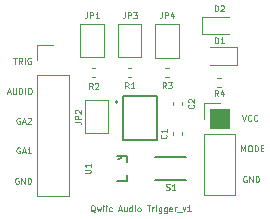
<source format=gbr>
%TF.GenerationSoftware,KiCad,Pcbnew,7.0.1-0*%
%TF.CreationDate,2023-04-11T15:49:42+08:00*%
%TF.ProjectId,firstproject,66697273-7470-4726-9f6a-6563742e6b69,rev?*%
%TF.SameCoordinates,Original*%
%TF.FileFunction,Legend,Top*%
%TF.FilePolarity,Positive*%
%FSLAX46Y46*%
G04 Gerber Fmt 4.6, Leading zero omitted, Abs format (unit mm)*
G04 Created by KiCad (PCBNEW 7.0.1-0) date 2023-04-11 15:49:42*
%MOMM*%
%LPD*%
G01*
G04 APERTURE LIST*
%ADD10C,0.050800*%
%ADD11C,0.120000*%
%ADD12C,0.152400*%
%ADD13C,0.127000*%
%ADD14C,0.200000*%
%ADD15R,1.700000X1.700000*%
G04 APERTURE END LIST*
D10*
X119104228Y-93782000D02*
X119055847Y-93757810D01*
X119055847Y-93757810D02*
X118983276Y-93757810D01*
X118983276Y-93757810D02*
X118910704Y-93782000D01*
X118910704Y-93782000D02*
X118862323Y-93830381D01*
X118862323Y-93830381D02*
X118838133Y-93878762D01*
X118838133Y-93878762D02*
X118813942Y-93975524D01*
X118813942Y-93975524D02*
X118813942Y-94048096D01*
X118813942Y-94048096D02*
X118838133Y-94144858D01*
X118838133Y-94144858D02*
X118862323Y-94193239D01*
X118862323Y-94193239D02*
X118910704Y-94241620D01*
X118910704Y-94241620D02*
X118983276Y-94265810D01*
X118983276Y-94265810D02*
X119031657Y-94265810D01*
X119031657Y-94265810D02*
X119104228Y-94241620D01*
X119104228Y-94241620D02*
X119128419Y-94217429D01*
X119128419Y-94217429D02*
X119128419Y-94048096D01*
X119128419Y-94048096D02*
X119031657Y-94048096D01*
X119321942Y-94120667D02*
X119563847Y-94120667D01*
X119273561Y-94265810D02*
X119442895Y-93757810D01*
X119442895Y-93757810D02*
X119612228Y-94265810D01*
X119757371Y-93806191D02*
X119781562Y-93782000D01*
X119781562Y-93782000D02*
X119829943Y-93757810D01*
X119829943Y-93757810D02*
X119950895Y-93757810D01*
X119950895Y-93757810D02*
X119999276Y-93782000D01*
X119999276Y-93782000D02*
X120023467Y-93806191D01*
X120023467Y-93806191D02*
X120047657Y-93854572D01*
X120047657Y-93854572D02*
X120047657Y-93902953D01*
X120047657Y-93902953D02*
X120023467Y-93975524D01*
X120023467Y-93975524D02*
X119733181Y-94265810D01*
X119733181Y-94265810D02*
X120047657Y-94265810D01*
X125454227Y-101730991D02*
X125405846Y-101706800D01*
X125405846Y-101706800D02*
X125357465Y-101658420D01*
X125357465Y-101658420D02*
X125284893Y-101585848D01*
X125284893Y-101585848D02*
X125236512Y-101561658D01*
X125236512Y-101561658D02*
X125188131Y-101561658D01*
X125212322Y-101682610D02*
X125163941Y-101658420D01*
X125163941Y-101658420D02*
X125115560Y-101610039D01*
X125115560Y-101610039D02*
X125091369Y-101513277D01*
X125091369Y-101513277D02*
X125091369Y-101343943D01*
X125091369Y-101343943D02*
X125115560Y-101247181D01*
X125115560Y-101247181D02*
X125163941Y-101198800D01*
X125163941Y-101198800D02*
X125212322Y-101174610D01*
X125212322Y-101174610D02*
X125309084Y-101174610D01*
X125309084Y-101174610D02*
X125357465Y-101198800D01*
X125357465Y-101198800D02*
X125405846Y-101247181D01*
X125405846Y-101247181D02*
X125430036Y-101343943D01*
X125430036Y-101343943D02*
X125430036Y-101513277D01*
X125430036Y-101513277D02*
X125405846Y-101610039D01*
X125405846Y-101610039D02*
X125357465Y-101658420D01*
X125357465Y-101658420D02*
X125309084Y-101682610D01*
X125309084Y-101682610D02*
X125212322Y-101682610D01*
X125599369Y-101343943D02*
X125696131Y-101682610D01*
X125696131Y-101682610D02*
X125792893Y-101440705D01*
X125792893Y-101440705D02*
X125889655Y-101682610D01*
X125889655Y-101682610D02*
X125986417Y-101343943D01*
X126179940Y-101682610D02*
X126179940Y-101343943D01*
X126179940Y-101174610D02*
X126155749Y-101198800D01*
X126155749Y-101198800D02*
X126179940Y-101222991D01*
X126179940Y-101222991D02*
X126204130Y-101198800D01*
X126204130Y-101198800D02*
X126179940Y-101174610D01*
X126179940Y-101174610D02*
X126179940Y-101222991D01*
X126421845Y-101682610D02*
X126421845Y-101343943D01*
X126421845Y-101174610D02*
X126397654Y-101198800D01*
X126397654Y-101198800D02*
X126421845Y-101222991D01*
X126421845Y-101222991D02*
X126446035Y-101198800D01*
X126446035Y-101198800D02*
X126421845Y-101174610D01*
X126421845Y-101174610D02*
X126421845Y-101222991D01*
X126881464Y-101658420D02*
X126833083Y-101682610D01*
X126833083Y-101682610D02*
X126736321Y-101682610D01*
X126736321Y-101682610D02*
X126687940Y-101658420D01*
X126687940Y-101658420D02*
X126663750Y-101634229D01*
X126663750Y-101634229D02*
X126639559Y-101585848D01*
X126639559Y-101585848D02*
X126639559Y-101440705D01*
X126639559Y-101440705D02*
X126663750Y-101392324D01*
X126663750Y-101392324D02*
X126687940Y-101368134D01*
X126687940Y-101368134D02*
X126736321Y-101343943D01*
X126736321Y-101343943D02*
X126833083Y-101343943D01*
X126833083Y-101343943D02*
X126881464Y-101368134D01*
X127462036Y-101537467D02*
X127703941Y-101537467D01*
X127413655Y-101682610D02*
X127582989Y-101174610D01*
X127582989Y-101174610D02*
X127752322Y-101682610D01*
X128139370Y-101343943D02*
X128139370Y-101682610D01*
X127921656Y-101343943D02*
X127921656Y-101610039D01*
X127921656Y-101610039D02*
X127945846Y-101658420D01*
X127945846Y-101658420D02*
X127994227Y-101682610D01*
X127994227Y-101682610D02*
X128066799Y-101682610D01*
X128066799Y-101682610D02*
X128115180Y-101658420D01*
X128115180Y-101658420D02*
X128139370Y-101634229D01*
X128598989Y-101682610D02*
X128598989Y-101174610D01*
X128598989Y-101658420D02*
X128550608Y-101682610D01*
X128550608Y-101682610D02*
X128453846Y-101682610D01*
X128453846Y-101682610D02*
X128405465Y-101658420D01*
X128405465Y-101658420D02*
X128381275Y-101634229D01*
X128381275Y-101634229D02*
X128357084Y-101585848D01*
X128357084Y-101585848D02*
X128357084Y-101440705D01*
X128357084Y-101440705D02*
X128381275Y-101392324D01*
X128381275Y-101392324D02*
X128405465Y-101368134D01*
X128405465Y-101368134D02*
X128453846Y-101343943D01*
X128453846Y-101343943D02*
X128550608Y-101343943D01*
X128550608Y-101343943D02*
X128598989Y-101368134D01*
X128840894Y-101682610D02*
X128840894Y-101343943D01*
X128840894Y-101174610D02*
X128816703Y-101198800D01*
X128816703Y-101198800D02*
X128840894Y-101222991D01*
X128840894Y-101222991D02*
X128865084Y-101198800D01*
X128865084Y-101198800D02*
X128840894Y-101174610D01*
X128840894Y-101174610D02*
X128840894Y-101222991D01*
X129155370Y-101682610D02*
X129106989Y-101658420D01*
X129106989Y-101658420D02*
X129082799Y-101634229D01*
X129082799Y-101634229D02*
X129058608Y-101585848D01*
X129058608Y-101585848D02*
X129058608Y-101440705D01*
X129058608Y-101440705D02*
X129082799Y-101392324D01*
X129082799Y-101392324D02*
X129106989Y-101368134D01*
X129106989Y-101368134D02*
X129155370Y-101343943D01*
X129155370Y-101343943D02*
X129227942Y-101343943D01*
X129227942Y-101343943D02*
X129276323Y-101368134D01*
X129276323Y-101368134D02*
X129300513Y-101392324D01*
X129300513Y-101392324D02*
X129324704Y-101440705D01*
X129324704Y-101440705D02*
X129324704Y-101585848D01*
X129324704Y-101585848D02*
X129300513Y-101634229D01*
X129300513Y-101634229D02*
X129276323Y-101658420D01*
X129276323Y-101658420D02*
X129227942Y-101682610D01*
X129227942Y-101682610D02*
X129155370Y-101682610D01*
X129856894Y-101174610D02*
X130147180Y-101174610D01*
X130002037Y-101682610D02*
X130002037Y-101174610D01*
X130316514Y-101682610D02*
X130316514Y-101343943D01*
X130316514Y-101440705D02*
X130340704Y-101392324D01*
X130340704Y-101392324D02*
X130364895Y-101368134D01*
X130364895Y-101368134D02*
X130413276Y-101343943D01*
X130413276Y-101343943D02*
X130461657Y-101343943D01*
X130630990Y-101682610D02*
X130630990Y-101343943D01*
X130630990Y-101174610D02*
X130606799Y-101198800D01*
X130606799Y-101198800D02*
X130630990Y-101222991D01*
X130630990Y-101222991D02*
X130655180Y-101198800D01*
X130655180Y-101198800D02*
X130630990Y-101174610D01*
X130630990Y-101174610D02*
X130630990Y-101222991D01*
X131090609Y-101343943D02*
X131090609Y-101755181D01*
X131090609Y-101755181D02*
X131066419Y-101803562D01*
X131066419Y-101803562D02*
X131042228Y-101827753D01*
X131042228Y-101827753D02*
X130993847Y-101851943D01*
X130993847Y-101851943D02*
X130921276Y-101851943D01*
X130921276Y-101851943D02*
X130872895Y-101827753D01*
X131090609Y-101658420D02*
X131042228Y-101682610D01*
X131042228Y-101682610D02*
X130945466Y-101682610D01*
X130945466Y-101682610D02*
X130897085Y-101658420D01*
X130897085Y-101658420D02*
X130872895Y-101634229D01*
X130872895Y-101634229D02*
X130848704Y-101585848D01*
X130848704Y-101585848D02*
X130848704Y-101440705D01*
X130848704Y-101440705D02*
X130872895Y-101392324D01*
X130872895Y-101392324D02*
X130897085Y-101368134D01*
X130897085Y-101368134D02*
X130945466Y-101343943D01*
X130945466Y-101343943D02*
X131042228Y-101343943D01*
X131042228Y-101343943D02*
X131090609Y-101368134D01*
X131550228Y-101343943D02*
X131550228Y-101755181D01*
X131550228Y-101755181D02*
X131526038Y-101803562D01*
X131526038Y-101803562D02*
X131501847Y-101827753D01*
X131501847Y-101827753D02*
X131453466Y-101851943D01*
X131453466Y-101851943D02*
X131380895Y-101851943D01*
X131380895Y-101851943D02*
X131332514Y-101827753D01*
X131550228Y-101658420D02*
X131501847Y-101682610D01*
X131501847Y-101682610D02*
X131405085Y-101682610D01*
X131405085Y-101682610D02*
X131356704Y-101658420D01*
X131356704Y-101658420D02*
X131332514Y-101634229D01*
X131332514Y-101634229D02*
X131308323Y-101585848D01*
X131308323Y-101585848D02*
X131308323Y-101440705D01*
X131308323Y-101440705D02*
X131332514Y-101392324D01*
X131332514Y-101392324D02*
X131356704Y-101368134D01*
X131356704Y-101368134D02*
X131405085Y-101343943D01*
X131405085Y-101343943D02*
X131501847Y-101343943D01*
X131501847Y-101343943D02*
X131550228Y-101368134D01*
X131985657Y-101658420D02*
X131937276Y-101682610D01*
X131937276Y-101682610D02*
X131840514Y-101682610D01*
X131840514Y-101682610D02*
X131792133Y-101658420D01*
X131792133Y-101658420D02*
X131767942Y-101610039D01*
X131767942Y-101610039D02*
X131767942Y-101416515D01*
X131767942Y-101416515D02*
X131792133Y-101368134D01*
X131792133Y-101368134D02*
X131840514Y-101343943D01*
X131840514Y-101343943D02*
X131937276Y-101343943D01*
X131937276Y-101343943D02*
X131985657Y-101368134D01*
X131985657Y-101368134D02*
X132009847Y-101416515D01*
X132009847Y-101416515D02*
X132009847Y-101464896D01*
X132009847Y-101464896D02*
X131767942Y-101513277D01*
X132227562Y-101682610D02*
X132227562Y-101343943D01*
X132227562Y-101440705D02*
X132251752Y-101392324D01*
X132251752Y-101392324D02*
X132275943Y-101368134D01*
X132275943Y-101368134D02*
X132324324Y-101343943D01*
X132324324Y-101343943D02*
X132372705Y-101343943D01*
X132421086Y-101730991D02*
X132808133Y-101730991D01*
X132880705Y-101343943D02*
X133001657Y-101682610D01*
X133001657Y-101682610D02*
X133122610Y-101343943D01*
X133582229Y-101682610D02*
X133291943Y-101682610D01*
X133437086Y-101682610D02*
X133437086Y-101174610D01*
X133437086Y-101174610D02*
X133388705Y-101247181D01*
X133388705Y-101247181D02*
X133340324Y-101295562D01*
X133340324Y-101295562D02*
X133291943Y-101319753D01*
X118047104Y-91580667D02*
X118289009Y-91580667D01*
X117998723Y-91725810D02*
X118168057Y-91217810D01*
X118168057Y-91217810D02*
X118337390Y-91725810D01*
X118506724Y-91217810D02*
X118506724Y-91629048D01*
X118506724Y-91629048D02*
X118530914Y-91677429D01*
X118530914Y-91677429D02*
X118555105Y-91701620D01*
X118555105Y-91701620D02*
X118603486Y-91725810D01*
X118603486Y-91725810D02*
X118700248Y-91725810D01*
X118700248Y-91725810D02*
X118748629Y-91701620D01*
X118748629Y-91701620D02*
X118772819Y-91677429D01*
X118772819Y-91677429D02*
X118797010Y-91629048D01*
X118797010Y-91629048D02*
X118797010Y-91217810D01*
X119038914Y-91725810D02*
X119038914Y-91217810D01*
X119038914Y-91217810D02*
X119159866Y-91217810D01*
X119159866Y-91217810D02*
X119232438Y-91242000D01*
X119232438Y-91242000D02*
X119280819Y-91290381D01*
X119280819Y-91290381D02*
X119305009Y-91338762D01*
X119305009Y-91338762D02*
X119329200Y-91435524D01*
X119329200Y-91435524D02*
X119329200Y-91508096D01*
X119329200Y-91508096D02*
X119305009Y-91604858D01*
X119305009Y-91604858D02*
X119280819Y-91653239D01*
X119280819Y-91653239D02*
X119232438Y-91701620D01*
X119232438Y-91701620D02*
X119159866Y-91725810D01*
X119159866Y-91725810D02*
X119038914Y-91725810D01*
X119546914Y-91725810D02*
X119546914Y-91217810D01*
X119885581Y-91217810D02*
X119982343Y-91217810D01*
X119982343Y-91217810D02*
X120030724Y-91242000D01*
X120030724Y-91242000D02*
X120079105Y-91290381D01*
X120079105Y-91290381D02*
X120103295Y-91387143D01*
X120103295Y-91387143D02*
X120103295Y-91556477D01*
X120103295Y-91556477D02*
X120079105Y-91653239D01*
X120079105Y-91653239D02*
X120030724Y-91701620D01*
X120030724Y-91701620D02*
X119982343Y-91725810D01*
X119982343Y-91725810D02*
X119885581Y-91725810D01*
X119885581Y-91725810D02*
X119837200Y-91701620D01*
X119837200Y-91701620D02*
X119788819Y-91653239D01*
X119788819Y-91653239D02*
X119764628Y-91556477D01*
X119764628Y-91556477D02*
X119764628Y-91387143D01*
X119764628Y-91387143D02*
X119788819Y-91290381D01*
X119788819Y-91290381D02*
X119837200Y-91242000D01*
X119837200Y-91242000D02*
X119885581Y-91217810D01*
X118992952Y-98862000D02*
X118944571Y-98837810D01*
X118944571Y-98837810D02*
X118872000Y-98837810D01*
X118872000Y-98837810D02*
X118799428Y-98862000D01*
X118799428Y-98862000D02*
X118751047Y-98910381D01*
X118751047Y-98910381D02*
X118726857Y-98958762D01*
X118726857Y-98958762D02*
X118702666Y-99055524D01*
X118702666Y-99055524D02*
X118702666Y-99128096D01*
X118702666Y-99128096D02*
X118726857Y-99224858D01*
X118726857Y-99224858D02*
X118751047Y-99273239D01*
X118751047Y-99273239D02*
X118799428Y-99321620D01*
X118799428Y-99321620D02*
X118872000Y-99345810D01*
X118872000Y-99345810D02*
X118920381Y-99345810D01*
X118920381Y-99345810D02*
X118992952Y-99321620D01*
X118992952Y-99321620D02*
X119017143Y-99297429D01*
X119017143Y-99297429D02*
X119017143Y-99128096D01*
X119017143Y-99128096D02*
X118920381Y-99128096D01*
X119234857Y-99345810D02*
X119234857Y-98837810D01*
X119234857Y-98837810D02*
X119525143Y-99345810D01*
X119525143Y-99345810D02*
X119525143Y-98837810D01*
X119767047Y-99345810D02*
X119767047Y-98837810D01*
X119767047Y-98837810D02*
X119887999Y-98837810D01*
X119887999Y-98837810D02*
X119960571Y-98862000D01*
X119960571Y-98862000D02*
X120008952Y-98910381D01*
X120008952Y-98910381D02*
X120033142Y-98958762D01*
X120033142Y-98958762D02*
X120057333Y-99055524D01*
X120057333Y-99055524D02*
X120057333Y-99128096D01*
X120057333Y-99128096D02*
X120033142Y-99224858D01*
X120033142Y-99224858D02*
X120008952Y-99273239D01*
X120008952Y-99273239D02*
X119960571Y-99321620D01*
X119960571Y-99321620D02*
X119887999Y-99345810D01*
X119887999Y-99345810D02*
X119767047Y-99345810D01*
X119104228Y-96271200D02*
X119055847Y-96247010D01*
X119055847Y-96247010D02*
X118983276Y-96247010D01*
X118983276Y-96247010D02*
X118910704Y-96271200D01*
X118910704Y-96271200D02*
X118862323Y-96319581D01*
X118862323Y-96319581D02*
X118838133Y-96367962D01*
X118838133Y-96367962D02*
X118813942Y-96464724D01*
X118813942Y-96464724D02*
X118813942Y-96537296D01*
X118813942Y-96537296D02*
X118838133Y-96634058D01*
X118838133Y-96634058D02*
X118862323Y-96682439D01*
X118862323Y-96682439D02*
X118910704Y-96730820D01*
X118910704Y-96730820D02*
X118983276Y-96755010D01*
X118983276Y-96755010D02*
X119031657Y-96755010D01*
X119031657Y-96755010D02*
X119104228Y-96730820D01*
X119104228Y-96730820D02*
X119128419Y-96706629D01*
X119128419Y-96706629D02*
X119128419Y-96537296D01*
X119128419Y-96537296D02*
X119031657Y-96537296D01*
X119321942Y-96609867D02*
X119563847Y-96609867D01*
X119273561Y-96755010D02*
X119442895Y-96247010D01*
X119442895Y-96247010D02*
X119612228Y-96755010D01*
X120047657Y-96755010D02*
X119757371Y-96755010D01*
X119902514Y-96755010D02*
X119902514Y-96247010D01*
X119902514Y-96247010D02*
X119854133Y-96319581D01*
X119854133Y-96319581D02*
X119805752Y-96367962D01*
X119805752Y-96367962D02*
X119757371Y-96392153D01*
X118555104Y-88677810D02*
X118845390Y-88677810D01*
X118700247Y-89185810D02*
X118700247Y-88677810D01*
X119305010Y-89185810D02*
X119135676Y-88943905D01*
X119014724Y-89185810D02*
X119014724Y-88677810D01*
X119014724Y-88677810D02*
X119208248Y-88677810D01*
X119208248Y-88677810D02*
X119256629Y-88702000D01*
X119256629Y-88702000D02*
X119280819Y-88726191D01*
X119280819Y-88726191D02*
X119305010Y-88774572D01*
X119305010Y-88774572D02*
X119305010Y-88847143D01*
X119305010Y-88847143D02*
X119280819Y-88895524D01*
X119280819Y-88895524D02*
X119256629Y-88919715D01*
X119256629Y-88919715D02*
X119208248Y-88943905D01*
X119208248Y-88943905D02*
X119014724Y-88943905D01*
X119522724Y-89185810D02*
X119522724Y-88677810D01*
X120030724Y-88702000D02*
X119982343Y-88677810D01*
X119982343Y-88677810D02*
X119909772Y-88677810D01*
X119909772Y-88677810D02*
X119837200Y-88702000D01*
X119837200Y-88702000D02*
X119788819Y-88750381D01*
X119788819Y-88750381D02*
X119764629Y-88798762D01*
X119764629Y-88798762D02*
X119740438Y-88895524D01*
X119740438Y-88895524D02*
X119740438Y-88968096D01*
X119740438Y-88968096D02*
X119764629Y-89064858D01*
X119764629Y-89064858D02*
X119788819Y-89113239D01*
X119788819Y-89113239D02*
X119837200Y-89161620D01*
X119837200Y-89161620D02*
X119909772Y-89185810D01*
X119909772Y-89185810D02*
X119958153Y-89185810D01*
X119958153Y-89185810D02*
X120030724Y-89161620D01*
X120030724Y-89161620D02*
X120054915Y-89137429D01*
X120054915Y-89137429D02*
X120054915Y-88968096D01*
X120054915Y-88968096D02*
X119958153Y-88968096D01*
X137866362Y-96602610D02*
X137866362Y-96094610D01*
X137866362Y-96094610D02*
X138035695Y-96457467D01*
X138035695Y-96457467D02*
X138205029Y-96094610D01*
X138205029Y-96094610D02*
X138205029Y-96602610D01*
X138543695Y-96094610D02*
X138640457Y-96094610D01*
X138640457Y-96094610D02*
X138688838Y-96118800D01*
X138688838Y-96118800D02*
X138737219Y-96167181D01*
X138737219Y-96167181D02*
X138761409Y-96263943D01*
X138761409Y-96263943D02*
X138761409Y-96433277D01*
X138761409Y-96433277D02*
X138737219Y-96530039D01*
X138737219Y-96530039D02*
X138688838Y-96578420D01*
X138688838Y-96578420D02*
X138640457Y-96602610D01*
X138640457Y-96602610D02*
X138543695Y-96602610D01*
X138543695Y-96602610D02*
X138495314Y-96578420D01*
X138495314Y-96578420D02*
X138446933Y-96530039D01*
X138446933Y-96530039D02*
X138422742Y-96433277D01*
X138422742Y-96433277D02*
X138422742Y-96263943D01*
X138422742Y-96263943D02*
X138446933Y-96167181D01*
X138446933Y-96167181D02*
X138495314Y-96118800D01*
X138495314Y-96118800D02*
X138543695Y-96094610D01*
X138979123Y-96602610D02*
X138979123Y-96094610D01*
X138979123Y-96094610D02*
X139100075Y-96094610D01*
X139100075Y-96094610D02*
X139172647Y-96118800D01*
X139172647Y-96118800D02*
X139221028Y-96167181D01*
X139221028Y-96167181D02*
X139245218Y-96215562D01*
X139245218Y-96215562D02*
X139269409Y-96312324D01*
X139269409Y-96312324D02*
X139269409Y-96384896D01*
X139269409Y-96384896D02*
X139245218Y-96481658D01*
X139245218Y-96481658D02*
X139221028Y-96530039D01*
X139221028Y-96530039D02*
X139172647Y-96578420D01*
X139172647Y-96578420D02*
X139100075Y-96602610D01*
X139100075Y-96602610D02*
X138979123Y-96602610D01*
X139487123Y-96336515D02*
X139656456Y-96336515D01*
X139729028Y-96602610D02*
X139487123Y-96602610D01*
X139487123Y-96602610D02*
X139487123Y-96094610D01*
X139487123Y-96094610D02*
X139729028Y-96094610D01*
X138296952Y-98709600D02*
X138248571Y-98685410D01*
X138248571Y-98685410D02*
X138176000Y-98685410D01*
X138176000Y-98685410D02*
X138103428Y-98709600D01*
X138103428Y-98709600D02*
X138055047Y-98757981D01*
X138055047Y-98757981D02*
X138030857Y-98806362D01*
X138030857Y-98806362D02*
X138006666Y-98903124D01*
X138006666Y-98903124D02*
X138006666Y-98975696D01*
X138006666Y-98975696D02*
X138030857Y-99072458D01*
X138030857Y-99072458D02*
X138055047Y-99120839D01*
X138055047Y-99120839D02*
X138103428Y-99169220D01*
X138103428Y-99169220D02*
X138176000Y-99193410D01*
X138176000Y-99193410D02*
X138224381Y-99193410D01*
X138224381Y-99193410D02*
X138296952Y-99169220D01*
X138296952Y-99169220D02*
X138321143Y-99145029D01*
X138321143Y-99145029D02*
X138321143Y-98975696D01*
X138321143Y-98975696D02*
X138224381Y-98975696D01*
X138538857Y-99193410D02*
X138538857Y-98685410D01*
X138538857Y-98685410D02*
X138829143Y-99193410D01*
X138829143Y-99193410D02*
X138829143Y-98685410D01*
X139071047Y-99193410D02*
X139071047Y-98685410D01*
X139071047Y-98685410D02*
X139191999Y-98685410D01*
X139191999Y-98685410D02*
X139264571Y-98709600D01*
X139264571Y-98709600D02*
X139312952Y-98757981D01*
X139312952Y-98757981D02*
X139337142Y-98806362D01*
X139337142Y-98806362D02*
X139361333Y-98903124D01*
X139361333Y-98903124D02*
X139361333Y-98975696D01*
X139361333Y-98975696D02*
X139337142Y-99072458D01*
X139337142Y-99072458D02*
X139312952Y-99120839D01*
X139312952Y-99120839D02*
X139264571Y-99169220D01*
X139264571Y-99169220D02*
X139191999Y-99193410D01*
X139191999Y-99193410D02*
X139071047Y-99193410D01*
X137905066Y-93503810D02*
X138074400Y-94011810D01*
X138074400Y-94011810D02*
X138243733Y-93503810D01*
X138703353Y-93963429D02*
X138679162Y-93987620D01*
X138679162Y-93987620D02*
X138606591Y-94011810D01*
X138606591Y-94011810D02*
X138558210Y-94011810D01*
X138558210Y-94011810D02*
X138485638Y-93987620D01*
X138485638Y-93987620D02*
X138437257Y-93939239D01*
X138437257Y-93939239D02*
X138413067Y-93890858D01*
X138413067Y-93890858D02*
X138388876Y-93794096D01*
X138388876Y-93794096D02*
X138388876Y-93721524D01*
X138388876Y-93721524D02*
X138413067Y-93624762D01*
X138413067Y-93624762D02*
X138437257Y-93576381D01*
X138437257Y-93576381D02*
X138485638Y-93528000D01*
X138485638Y-93528000D02*
X138558210Y-93503810D01*
X138558210Y-93503810D02*
X138606591Y-93503810D01*
X138606591Y-93503810D02*
X138679162Y-93528000D01*
X138679162Y-93528000D02*
X138703353Y-93552191D01*
X139211353Y-93963429D02*
X139187162Y-93987620D01*
X139187162Y-93987620D02*
X139114591Y-94011810D01*
X139114591Y-94011810D02*
X139066210Y-94011810D01*
X139066210Y-94011810D02*
X138993638Y-93987620D01*
X138993638Y-93987620D02*
X138945257Y-93939239D01*
X138945257Y-93939239D02*
X138921067Y-93890858D01*
X138921067Y-93890858D02*
X138896876Y-93794096D01*
X138896876Y-93794096D02*
X138896876Y-93721524D01*
X138896876Y-93721524D02*
X138921067Y-93624762D01*
X138921067Y-93624762D02*
X138945257Y-93576381D01*
X138945257Y-93576381D02*
X138993638Y-93528000D01*
X138993638Y-93528000D02*
X139066210Y-93503810D01*
X139066210Y-93503810D02*
X139114591Y-93503810D01*
X139114591Y-93503810D02*
X139187162Y-93528000D01*
X139187162Y-93528000D02*
X139211353Y-93552191D01*
%TO.C,JP1*%
X124798666Y-84817010D02*
X124798666Y-85179867D01*
X124798666Y-85179867D02*
X124774475Y-85252439D01*
X124774475Y-85252439D02*
X124726094Y-85300820D01*
X124726094Y-85300820D02*
X124653523Y-85325010D01*
X124653523Y-85325010D02*
X124605142Y-85325010D01*
X125040571Y-85325010D02*
X125040571Y-84817010D01*
X125040571Y-84817010D02*
X125234095Y-84817010D01*
X125234095Y-84817010D02*
X125282476Y-84841200D01*
X125282476Y-84841200D02*
X125306666Y-84865391D01*
X125306666Y-84865391D02*
X125330857Y-84913772D01*
X125330857Y-84913772D02*
X125330857Y-84986343D01*
X125330857Y-84986343D02*
X125306666Y-85034724D01*
X125306666Y-85034724D02*
X125282476Y-85058915D01*
X125282476Y-85058915D02*
X125234095Y-85083105D01*
X125234095Y-85083105D02*
X125040571Y-85083105D01*
X125814666Y-85325010D02*
X125524380Y-85325010D01*
X125669523Y-85325010D02*
X125669523Y-84817010D01*
X125669523Y-84817010D02*
X125621142Y-84889581D01*
X125621142Y-84889581D02*
X125572761Y-84937962D01*
X125572761Y-84937962D02*
X125524380Y-84962153D01*
%TO.C,D2*%
X135616547Y-84734010D02*
X135616547Y-84226010D01*
X135616547Y-84226010D02*
X135737499Y-84226010D01*
X135737499Y-84226010D02*
X135810071Y-84250200D01*
X135810071Y-84250200D02*
X135858452Y-84298581D01*
X135858452Y-84298581D02*
X135882642Y-84346962D01*
X135882642Y-84346962D02*
X135906833Y-84443724D01*
X135906833Y-84443724D02*
X135906833Y-84516296D01*
X135906833Y-84516296D02*
X135882642Y-84613058D01*
X135882642Y-84613058D02*
X135858452Y-84661439D01*
X135858452Y-84661439D02*
X135810071Y-84709820D01*
X135810071Y-84709820D02*
X135737499Y-84734010D01*
X135737499Y-84734010D02*
X135616547Y-84734010D01*
X136100356Y-84274391D02*
X136124547Y-84250200D01*
X136124547Y-84250200D02*
X136172928Y-84226010D01*
X136172928Y-84226010D02*
X136293880Y-84226010D01*
X136293880Y-84226010D02*
X136342261Y-84250200D01*
X136342261Y-84250200D02*
X136366452Y-84274391D01*
X136366452Y-84274391D02*
X136390642Y-84322772D01*
X136390642Y-84322772D02*
X136390642Y-84371153D01*
X136390642Y-84371153D02*
X136366452Y-84443724D01*
X136366452Y-84443724D02*
X136076166Y-84734010D01*
X136076166Y-84734010D02*
X136390642Y-84734010D01*
%TO.C,C1*%
X131487629Y-95179666D02*
X131511820Y-95203857D01*
X131511820Y-95203857D02*
X131536010Y-95276428D01*
X131536010Y-95276428D02*
X131536010Y-95324809D01*
X131536010Y-95324809D02*
X131511820Y-95397381D01*
X131511820Y-95397381D02*
X131463439Y-95445762D01*
X131463439Y-95445762D02*
X131415058Y-95469952D01*
X131415058Y-95469952D02*
X131318296Y-95494143D01*
X131318296Y-95494143D02*
X131245724Y-95494143D01*
X131245724Y-95494143D02*
X131148962Y-95469952D01*
X131148962Y-95469952D02*
X131100581Y-95445762D01*
X131100581Y-95445762D02*
X131052200Y-95397381D01*
X131052200Y-95397381D02*
X131028010Y-95324809D01*
X131028010Y-95324809D02*
X131028010Y-95276428D01*
X131028010Y-95276428D02*
X131052200Y-95203857D01*
X131052200Y-95203857D02*
X131076391Y-95179666D01*
X131536010Y-94695857D02*
X131536010Y-94986143D01*
X131536010Y-94841000D02*
X131028010Y-94841000D01*
X131028010Y-94841000D02*
X131100581Y-94889381D01*
X131100581Y-94889381D02*
X131148962Y-94937762D01*
X131148962Y-94937762D02*
X131173153Y-94986143D01*
%TO.C,R2*%
X125262333Y-91321010D02*
X125092999Y-91079105D01*
X124972047Y-91321010D02*
X124972047Y-90813010D01*
X124972047Y-90813010D02*
X125165571Y-90813010D01*
X125165571Y-90813010D02*
X125213952Y-90837200D01*
X125213952Y-90837200D02*
X125238142Y-90861391D01*
X125238142Y-90861391D02*
X125262333Y-90909772D01*
X125262333Y-90909772D02*
X125262333Y-90982343D01*
X125262333Y-90982343D02*
X125238142Y-91030724D01*
X125238142Y-91030724D02*
X125213952Y-91054915D01*
X125213952Y-91054915D02*
X125165571Y-91079105D01*
X125165571Y-91079105D02*
X124972047Y-91079105D01*
X125455856Y-90861391D02*
X125480047Y-90837200D01*
X125480047Y-90837200D02*
X125528428Y-90813010D01*
X125528428Y-90813010D02*
X125649380Y-90813010D01*
X125649380Y-90813010D02*
X125697761Y-90837200D01*
X125697761Y-90837200D02*
X125721952Y-90861391D01*
X125721952Y-90861391D02*
X125746142Y-90909772D01*
X125746142Y-90909772D02*
X125746142Y-90958153D01*
X125746142Y-90958153D02*
X125721952Y-91030724D01*
X125721952Y-91030724D02*
X125431666Y-91321010D01*
X125431666Y-91321010D02*
X125746142Y-91321010D01*
%TO.C,D1*%
X135616647Y-87458610D02*
X135616647Y-86950610D01*
X135616647Y-86950610D02*
X135737599Y-86950610D01*
X135737599Y-86950610D02*
X135810171Y-86974800D01*
X135810171Y-86974800D02*
X135858552Y-87023181D01*
X135858552Y-87023181D02*
X135882742Y-87071562D01*
X135882742Y-87071562D02*
X135906933Y-87168324D01*
X135906933Y-87168324D02*
X135906933Y-87240896D01*
X135906933Y-87240896D02*
X135882742Y-87337658D01*
X135882742Y-87337658D02*
X135858552Y-87386039D01*
X135858552Y-87386039D02*
X135810171Y-87434420D01*
X135810171Y-87434420D02*
X135737599Y-87458610D01*
X135737599Y-87458610D02*
X135616647Y-87458610D01*
X136390742Y-87458610D02*
X136100456Y-87458610D01*
X136245599Y-87458610D02*
X136245599Y-86950610D01*
X136245599Y-86950610D02*
X136197218Y-87023181D01*
X136197218Y-87023181D02*
X136148837Y-87071562D01*
X136148837Y-87071562D02*
X136100456Y-87095753D01*
%TO.C,JP4*%
X131148666Y-84817010D02*
X131148666Y-85179867D01*
X131148666Y-85179867D02*
X131124475Y-85252439D01*
X131124475Y-85252439D02*
X131076094Y-85300820D01*
X131076094Y-85300820D02*
X131003523Y-85325010D01*
X131003523Y-85325010D02*
X130955142Y-85325010D01*
X131390571Y-85325010D02*
X131390571Y-84817010D01*
X131390571Y-84817010D02*
X131584095Y-84817010D01*
X131584095Y-84817010D02*
X131632476Y-84841200D01*
X131632476Y-84841200D02*
X131656666Y-84865391D01*
X131656666Y-84865391D02*
X131680857Y-84913772D01*
X131680857Y-84913772D02*
X131680857Y-84986343D01*
X131680857Y-84986343D02*
X131656666Y-85034724D01*
X131656666Y-85034724D02*
X131632476Y-85058915D01*
X131632476Y-85058915D02*
X131584095Y-85083105D01*
X131584095Y-85083105D02*
X131390571Y-85083105D01*
X132116285Y-84986343D02*
X132116285Y-85325010D01*
X131995333Y-84792820D02*
X131874380Y-85155677D01*
X131874380Y-85155677D02*
X132188857Y-85155677D01*
%TO.C,R3*%
X131485333Y-91268610D02*
X131315999Y-91026705D01*
X131195047Y-91268610D02*
X131195047Y-90760610D01*
X131195047Y-90760610D02*
X131388571Y-90760610D01*
X131388571Y-90760610D02*
X131436952Y-90784800D01*
X131436952Y-90784800D02*
X131461142Y-90808991D01*
X131461142Y-90808991D02*
X131485333Y-90857372D01*
X131485333Y-90857372D02*
X131485333Y-90929943D01*
X131485333Y-90929943D02*
X131461142Y-90978324D01*
X131461142Y-90978324D02*
X131436952Y-91002515D01*
X131436952Y-91002515D02*
X131388571Y-91026705D01*
X131388571Y-91026705D02*
X131195047Y-91026705D01*
X131654666Y-90760610D02*
X131969142Y-90760610D01*
X131969142Y-90760610D02*
X131799809Y-90954134D01*
X131799809Y-90954134D02*
X131872380Y-90954134D01*
X131872380Y-90954134D02*
X131920761Y-90978324D01*
X131920761Y-90978324D02*
X131944952Y-91002515D01*
X131944952Y-91002515D02*
X131969142Y-91050896D01*
X131969142Y-91050896D02*
X131969142Y-91171848D01*
X131969142Y-91171848D02*
X131944952Y-91220229D01*
X131944952Y-91220229D02*
X131920761Y-91244420D01*
X131920761Y-91244420D02*
X131872380Y-91268610D01*
X131872380Y-91268610D02*
X131727237Y-91268610D01*
X131727237Y-91268610D02*
X131678856Y-91244420D01*
X131678856Y-91244420D02*
X131654666Y-91220229D01*
%TO.C,C2*%
X133807629Y-92639666D02*
X133831820Y-92663857D01*
X133831820Y-92663857D02*
X133856010Y-92736428D01*
X133856010Y-92736428D02*
X133856010Y-92784809D01*
X133856010Y-92784809D02*
X133831820Y-92857381D01*
X133831820Y-92857381D02*
X133783439Y-92905762D01*
X133783439Y-92905762D02*
X133735058Y-92929952D01*
X133735058Y-92929952D02*
X133638296Y-92954143D01*
X133638296Y-92954143D02*
X133565724Y-92954143D01*
X133565724Y-92954143D02*
X133468962Y-92929952D01*
X133468962Y-92929952D02*
X133420581Y-92905762D01*
X133420581Y-92905762D02*
X133372200Y-92857381D01*
X133372200Y-92857381D02*
X133348010Y-92784809D01*
X133348010Y-92784809D02*
X133348010Y-92736428D01*
X133348010Y-92736428D02*
X133372200Y-92663857D01*
X133372200Y-92663857D02*
X133396391Y-92639666D01*
X133396391Y-92446143D02*
X133372200Y-92421952D01*
X133372200Y-92421952D02*
X133348010Y-92373571D01*
X133348010Y-92373571D02*
X133348010Y-92252619D01*
X133348010Y-92252619D02*
X133372200Y-92204238D01*
X133372200Y-92204238D02*
X133396391Y-92180047D01*
X133396391Y-92180047D02*
X133444772Y-92155857D01*
X133444772Y-92155857D02*
X133493153Y-92155857D01*
X133493153Y-92155857D02*
X133565724Y-92180047D01*
X133565724Y-92180047D02*
X133856010Y-92470333D01*
X133856010Y-92470333D02*
X133856010Y-92155857D01*
%TO.C,R1*%
X128310333Y-91268610D02*
X128140999Y-91026705D01*
X128020047Y-91268610D02*
X128020047Y-90760610D01*
X128020047Y-90760610D02*
X128213571Y-90760610D01*
X128213571Y-90760610D02*
X128261952Y-90784800D01*
X128261952Y-90784800D02*
X128286142Y-90808991D01*
X128286142Y-90808991D02*
X128310333Y-90857372D01*
X128310333Y-90857372D02*
X128310333Y-90929943D01*
X128310333Y-90929943D02*
X128286142Y-90978324D01*
X128286142Y-90978324D02*
X128261952Y-91002515D01*
X128261952Y-91002515D02*
X128213571Y-91026705D01*
X128213571Y-91026705D02*
X128020047Y-91026705D01*
X128794142Y-91268610D02*
X128503856Y-91268610D01*
X128648999Y-91268610D02*
X128648999Y-90760610D01*
X128648999Y-90760610D02*
X128600618Y-90833181D01*
X128600618Y-90833181D02*
X128552237Y-90881562D01*
X128552237Y-90881562D02*
X128503856Y-90905753D01*
%TO.C,JP2*%
X123780610Y-94098533D02*
X124143467Y-94098533D01*
X124143467Y-94098533D02*
X124216039Y-94122724D01*
X124216039Y-94122724D02*
X124264420Y-94171105D01*
X124264420Y-94171105D02*
X124288610Y-94243676D01*
X124288610Y-94243676D02*
X124288610Y-94292057D01*
X124288610Y-93856628D02*
X123780610Y-93856628D01*
X123780610Y-93856628D02*
X123780610Y-93663104D01*
X123780610Y-93663104D02*
X123804800Y-93614723D01*
X123804800Y-93614723D02*
X123828991Y-93590533D01*
X123828991Y-93590533D02*
X123877372Y-93566342D01*
X123877372Y-93566342D02*
X123949943Y-93566342D01*
X123949943Y-93566342D02*
X123998324Y-93590533D01*
X123998324Y-93590533D02*
X124022515Y-93614723D01*
X124022515Y-93614723D02*
X124046705Y-93663104D01*
X124046705Y-93663104D02*
X124046705Y-93856628D01*
X123828991Y-93372819D02*
X123804800Y-93348628D01*
X123804800Y-93348628D02*
X123780610Y-93300247D01*
X123780610Y-93300247D02*
X123780610Y-93179295D01*
X123780610Y-93179295D02*
X123804800Y-93130914D01*
X123804800Y-93130914D02*
X123828991Y-93106723D01*
X123828991Y-93106723D02*
X123877372Y-93082533D01*
X123877372Y-93082533D02*
X123925753Y-93082533D01*
X123925753Y-93082533D02*
X123998324Y-93106723D01*
X123998324Y-93106723D02*
X124288610Y-93397009D01*
X124288610Y-93397009D02*
X124288610Y-93082533D01*
%TO.C,JP3*%
X127999066Y-84817010D02*
X127999066Y-85179867D01*
X127999066Y-85179867D02*
X127974875Y-85252439D01*
X127974875Y-85252439D02*
X127926494Y-85300820D01*
X127926494Y-85300820D02*
X127853923Y-85325010D01*
X127853923Y-85325010D02*
X127805542Y-85325010D01*
X128240971Y-85325010D02*
X128240971Y-84817010D01*
X128240971Y-84817010D02*
X128434495Y-84817010D01*
X128434495Y-84817010D02*
X128482876Y-84841200D01*
X128482876Y-84841200D02*
X128507066Y-84865391D01*
X128507066Y-84865391D02*
X128531257Y-84913772D01*
X128531257Y-84913772D02*
X128531257Y-84986343D01*
X128531257Y-84986343D02*
X128507066Y-85034724D01*
X128507066Y-85034724D02*
X128482876Y-85058915D01*
X128482876Y-85058915D02*
X128434495Y-85083105D01*
X128434495Y-85083105D02*
X128240971Y-85083105D01*
X128700590Y-84817010D02*
X129015066Y-84817010D01*
X129015066Y-84817010D02*
X128845733Y-85010534D01*
X128845733Y-85010534D02*
X128918304Y-85010534D01*
X128918304Y-85010534D02*
X128966685Y-85034724D01*
X128966685Y-85034724D02*
X128990876Y-85058915D01*
X128990876Y-85058915D02*
X129015066Y-85107296D01*
X129015066Y-85107296D02*
X129015066Y-85228248D01*
X129015066Y-85228248D02*
X128990876Y-85276629D01*
X128990876Y-85276629D02*
X128966685Y-85300820D01*
X128966685Y-85300820D02*
X128918304Y-85325010D01*
X128918304Y-85325010D02*
X128773161Y-85325010D01*
X128773161Y-85325010D02*
X128724780Y-85300820D01*
X128724780Y-85300820D02*
X128700590Y-85276629D01*
%TO.C,U1*%
X124593410Y-98431047D02*
X125004648Y-98431047D01*
X125004648Y-98431047D02*
X125053029Y-98406857D01*
X125053029Y-98406857D02*
X125077220Y-98382666D01*
X125077220Y-98382666D02*
X125101410Y-98334285D01*
X125101410Y-98334285D02*
X125101410Y-98237523D01*
X125101410Y-98237523D02*
X125077220Y-98189142D01*
X125077220Y-98189142D02*
X125053029Y-98164952D01*
X125053029Y-98164952D02*
X125004648Y-98140761D01*
X125004648Y-98140761D02*
X124593410Y-98140761D01*
X125101410Y-97632762D02*
X125101410Y-97923048D01*
X125101410Y-97777905D02*
X124593410Y-97777905D01*
X124593410Y-97777905D02*
X124665981Y-97826286D01*
X124665981Y-97826286D02*
X124714362Y-97874667D01*
X124714362Y-97874667D02*
X124738553Y-97923048D01*
%TO.C,S1*%
X131489751Y-99829620D02*
X131562323Y-99853810D01*
X131562323Y-99853810D02*
X131683275Y-99853810D01*
X131683275Y-99853810D02*
X131731656Y-99829620D01*
X131731656Y-99829620D02*
X131755847Y-99805429D01*
X131755847Y-99805429D02*
X131780037Y-99757048D01*
X131780037Y-99757048D02*
X131780037Y-99708667D01*
X131780037Y-99708667D02*
X131755847Y-99660286D01*
X131755847Y-99660286D02*
X131731656Y-99636096D01*
X131731656Y-99636096D02*
X131683275Y-99611905D01*
X131683275Y-99611905D02*
X131586513Y-99587715D01*
X131586513Y-99587715D02*
X131538132Y-99563524D01*
X131538132Y-99563524D02*
X131513942Y-99539334D01*
X131513942Y-99539334D02*
X131489751Y-99490953D01*
X131489751Y-99490953D02*
X131489751Y-99442572D01*
X131489751Y-99442572D02*
X131513942Y-99394191D01*
X131513942Y-99394191D02*
X131538132Y-99370000D01*
X131538132Y-99370000D02*
X131586513Y-99345810D01*
X131586513Y-99345810D02*
X131707466Y-99345810D01*
X131707466Y-99345810D02*
X131780037Y-99370000D01*
X132263847Y-99853810D02*
X131973561Y-99853810D01*
X132118704Y-99853810D02*
X132118704Y-99345810D01*
X132118704Y-99345810D02*
X132070323Y-99418381D01*
X132070323Y-99418381D02*
X132021942Y-99466762D01*
X132021942Y-99466762D02*
X131973561Y-99490953D01*
%TO.C,R4*%
X135906833Y-91929010D02*
X135737499Y-91687105D01*
X135616547Y-91929010D02*
X135616547Y-91421010D01*
X135616547Y-91421010D02*
X135810071Y-91421010D01*
X135810071Y-91421010D02*
X135858452Y-91445200D01*
X135858452Y-91445200D02*
X135882642Y-91469391D01*
X135882642Y-91469391D02*
X135906833Y-91517772D01*
X135906833Y-91517772D02*
X135906833Y-91590343D01*
X135906833Y-91590343D02*
X135882642Y-91638724D01*
X135882642Y-91638724D02*
X135858452Y-91662915D01*
X135858452Y-91662915D02*
X135810071Y-91687105D01*
X135810071Y-91687105D02*
X135616547Y-91687105D01*
X136342261Y-91590343D02*
X136342261Y-91929010D01*
X136221309Y-91396820D02*
X136100356Y-91759677D01*
X136100356Y-91759677D02*
X136414833Y-91759677D01*
D11*
%TO.C,JP1*%
X124222000Y-88634000D02*
X124222000Y-85834000D01*
X126222000Y-88634000D02*
X124222000Y-88634000D01*
X124222000Y-85834000D02*
X126222000Y-85834000D01*
X126222000Y-85834000D02*
X126222000Y-88634000D01*
%TO.C,J1*%
X134687000Y-92523000D02*
X136017000Y-92523000D01*
X134687000Y-93853000D02*
X134687000Y-92523000D01*
X134687000Y-95123000D02*
X134687000Y-100263000D01*
X134687000Y-95123000D02*
X137347000Y-95123000D01*
X134687000Y-100263000D02*
X137347000Y-100263000D01*
X137347000Y-95123000D02*
X137347000Y-100263000D01*
%TO.C,D2*%
X134506500Y-85194000D02*
X134506500Y-86664000D01*
X134506500Y-86664000D02*
X136791500Y-86664000D01*
X136791500Y-85194000D02*
X134506500Y-85194000D01*
%TO.C,C1*%
X132101000Y-95202836D02*
X132101000Y-94987164D01*
X132821000Y-95202836D02*
X132821000Y-94987164D01*
%TO.C,R2*%
X125500641Y-90296000D02*
X125193359Y-90296000D01*
X125500641Y-89536000D02*
X125193359Y-89536000D01*
%TO.C,D1*%
X137476500Y-89254000D02*
X137476500Y-87784000D01*
X137476500Y-87784000D02*
X135191500Y-87784000D01*
X135191500Y-89254000D02*
X137476500Y-89254000D01*
%TO.C,JP4*%
X130572000Y-88649000D02*
X130572000Y-85849000D01*
X132572000Y-88649000D02*
X130572000Y-88649000D01*
X130572000Y-85849000D02*
X132572000Y-85849000D01*
X132572000Y-85849000D02*
X132572000Y-88649000D01*
%TO.C,R3*%
X131723641Y-90296000D02*
X131416359Y-90296000D01*
X131723641Y-89536000D02*
X131416359Y-89536000D01*
%TO.C,C2*%
X132821000Y-92447164D02*
X132821000Y-92662836D01*
X132101000Y-92447164D02*
X132101000Y-92662836D01*
%TO.C,J2*%
X120590000Y-87570000D02*
X121920000Y-87570000D01*
X120590000Y-88900000D02*
X120590000Y-87570000D01*
X120590000Y-90170000D02*
X120590000Y-100390000D01*
X120590000Y-90170000D02*
X123250000Y-90170000D01*
X120590000Y-100390000D02*
X123250000Y-100390000D01*
X123250000Y-90170000D02*
X123250000Y-100390000D01*
%TO.C,R1*%
X128241359Y-89536000D02*
X128548641Y-89536000D01*
X128241359Y-90296000D02*
X128548641Y-90296000D01*
%TO.C,JP2*%
X126604000Y-92268000D02*
X126604000Y-95068000D01*
X124604000Y-92268000D02*
X126604000Y-92268000D01*
X126604000Y-95068000D02*
X124604000Y-95068000D01*
X124604000Y-95068000D02*
X124604000Y-92268000D01*
%TO.C,JP3*%
X127397000Y-88634000D02*
X127397000Y-85834000D01*
X129397000Y-88634000D02*
X127397000Y-88634000D01*
X127397000Y-85834000D02*
X129397000Y-85834000D01*
X129397000Y-85834000D02*
X129397000Y-88634000D01*
D12*
%TO.C,U1*%
X127330200Y-99136200D02*
X128143000Y-99136200D01*
X127762000Y-96951800D02*
X127330200Y-96951800D01*
X128143000Y-96951800D02*
X127762000Y-96951800D01*
X128143000Y-97485200D02*
X128143000Y-96951800D01*
X128143000Y-99136200D02*
X128143000Y-98602800D01*
X127431800Y-97256599D02*
G75*
G03*
X127761999Y-96951800I30267J298468D01*
G01*
D13*
%TO.C,S1*%
X133181000Y-98976100D02*
X130581000Y-98976100D01*
X133181000Y-97049100D02*
X130581000Y-97049100D01*
D11*
%TO.C,R4*%
X136145141Y-91135000D02*
X135837859Y-91135000D01*
X136145141Y-90375000D02*
X135837859Y-90375000D01*
D13*
%TO.C,MK1*%
X127812000Y-91873000D02*
X130762000Y-91873000D01*
X127812000Y-95633000D02*
X127812000Y-91873000D01*
X130762000Y-91873000D02*
X130762000Y-95633000D01*
X130762000Y-95633000D02*
X127812000Y-95633000D01*
D14*
X127387000Y-92406000D02*
G75*
G03*
X127387000Y-92406000I-100000J0D01*
G01*
%TD*%
D15*
%TO.C,J1*%
X136017000Y-93853000D03*
%TD*%
M02*

</source>
